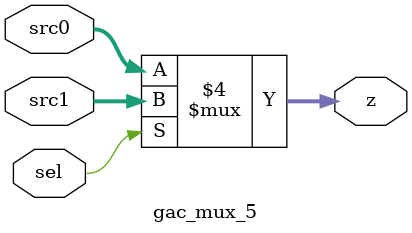
<source format=v>
module gac_mux_5 (sel, src0, src1, z);
  
  input sel; // MODIFIED BY CAM and ALEXANDRA
  input [4:0] src0;
  input [4:0] src1;
  output reg [4:0] z;
  

  always @(sel or src0 or src1)
      begin
        if (sel == 1'b0) z <= src0;
        else z <= src1;
      end
   
endmodule

</source>
